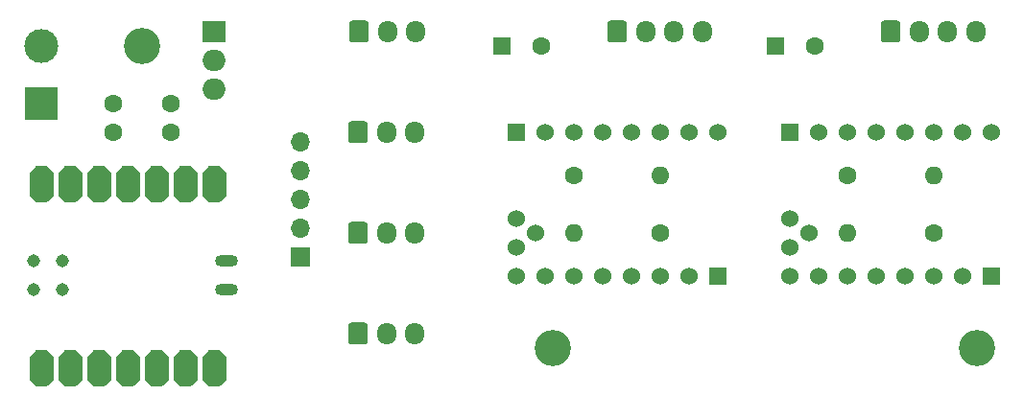
<source format=gts>
G04 #@! TF.GenerationSoftware,KiCad,Pcbnew,(5.1.9)-1*
G04 #@! TF.CreationDate,2021-06-24T09:40:01+02:00*
G04 #@! TF.ProjectId,ercf-easy-brd,65726366-2d65-4617-9379-2d6272642e6b,v1.1*
G04 #@! TF.SameCoordinates,Original*
G04 #@! TF.FileFunction,Soldermask,Top*
G04 #@! TF.FilePolarity,Negative*
%FSLAX46Y46*%
G04 Gerber Fmt 4.6, Leading zero omitted, Abs format (unit mm)*
G04 Created by KiCad (PCBNEW (5.1.9)-1) date 2021-06-24 09:40:01*
%MOMM*%
%LPD*%
G01*
G04 APERTURE LIST*
%ADD10R,1.524000X1.524000*%
%ADD11C,1.524000*%
%ADD12C,0.100000*%
%ADD13C,1.143000*%
%ADD14O,2.032000X1.016000*%
%ADD15O,1.700000X1.700000*%
%ADD16R,1.700000X1.700000*%
%ADD17C,3.000000*%
%ADD18R,3.000000X3.000000*%
%ADD19O,1.700000X1.950000*%
%ADD20C,3.200000*%
%ADD21C,1.600000*%
%ADD22R,2.000000X1.905000*%
%ADD23O,2.000000X1.905000*%
%ADD24O,1.600000X1.600000*%
%ADD25R,1.600000X1.600000*%
G04 APERTURE END LIST*
D10*
X140970000Y-133350000D03*
D11*
X138430000Y-133350000D03*
X135890000Y-133350000D03*
X133350000Y-133350000D03*
X130810000Y-133350000D03*
X128270000Y-133350000D03*
X125730000Y-133350000D03*
X123190000Y-133350000D03*
D10*
X123190000Y-120650000D03*
D11*
X125730000Y-120650000D03*
X128270000Y-120650000D03*
X130810000Y-120650000D03*
X133350000Y-120650000D03*
X135890000Y-120650000D03*
X138430000Y-120650000D03*
X140970000Y-120650000D03*
X123190000Y-130810000D03*
X123190000Y-128270000D03*
X124841000Y-129540000D03*
D10*
X165100000Y-133350000D03*
D11*
X162560000Y-133350000D03*
X160020000Y-133350000D03*
X157480000Y-133350000D03*
X154940000Y-133350000D03*
X152400000Y-133350000D03*
X149860000Y-133350000D03*
X147320000Y-133350000D03*
D10*
X147320000Y-120650000D03*
D11*
X149860000Y-120650000D03*
X152400000Y-120650000D03*
X154940000Y-120650000D03*
X157480000Y-120650000D03*
X160020000Y-120650000D03*
X162560000Y-120650000D03*
X165100000Y-120650000D03*
X147320000Y-130810000D03*
X147320000Y-128270000D03*
X148971000Y-129540000D03*
D12*
G36*
X80214961Y-124196245D02*
G01*
X80217806Y-124186866D01*
X80222427Y-124178221D01*
X80228645Y-124170645D01*
X80736645Y-123662645D01*
X80744221Y-123656427D01*
X80752866Y-123651806D01*
X80762245Y-123648961D01*
X80772000Y-123648000D01*
X81788000Y-123648000D01*
X81797755Y-123648961D01*
X81807134Y-123651806D01*
X81815779Y-123656427D01*
X81823355Y-123662645D01*
X82331355Y-124170645D01*
X82337573Y-124178221D01*
X82342194Y-124186866D01*
X82345039Y-124196245D01*
X82346000Y-124206000D01*
X82346000Y-126238000D01*
X82345039Y-126247755D01*
X82342194Y-126257134D01*
X82337573Y-126265779D01*
X82331355Y-126273355D01*
X81823355Y-126781355D01*
X81815779Y-126787573D01*
X81807134Y-126792194D01*
X81797755Y-126795039D01*
X81788000Y-126796000D01*
X80772000Y-126796000D01*
X80762245Y-126795039D01*
X80752866Y-126792194D01*
X80744221Y-126787573D01*
X80736645Y-126781355D01*
X80228645Y-126273355D01*
X80222427Y-126265779D01*
X80217806Y-126257134D01*
X80214961Y-126247755D01*
X80214000Y-126238000D01*
X80214000Y-124206000D01*
X80214961Y-124196245D01*
G37*
G36*
X85294961Y-124196245D02*
G01*
X85297806Y-124186866D01*
X85302427Y-124178221D01*
X85308645Y-124170645D01*
X85816645Y-123662645D01*
X85824221Y-123656427D01*
X85832866Y-123651806D01*
X85842245Y-123648961D01*
X85852000Y-123648000D01*
X86868000Y-123648000D01*
X86877755Y-123648961D01*
X86887134Y-123651806D01*
X86895779Y-123656427D01*
X86903355Y-123662645D01*
X87411355Y-124170645D01*
X87417573Y-124178221D01*
X87422194Y-124186866D01*
X87425039Y-124196245D01*
X87426000Y-124206000D01*
X87426000Y-126238000D01*
X87425039Y-126247755D01*
X87422194Y-126257134D01*
X87417573Y-126265779D01*
X87411355Y-126273355D01*
X86903355Y-126781355D01*
X86895779Y-126787573D01*
X86887134Y-126792194D01*
X86877755Y-126795039D01*
X86868000Y-126796000D01*
X85852000Y-126796000D01*
X85842245Y-126795039D01*
X85832866Y-126792194D01*
X85824221Y-126787573D01*
X85816645Y-126781355D01*
X85308645Y-126273355D01*
X85302427Y-126265779D01*
X85297806Y-126257134D01*
X85294961Y-126247755D01*
X85294000Y-126238000D01*
X85294000Y-124206000D01*
X85294961Y-124196245D01*
G37*
G36*
X82754961Y-124196245D02*
G01*
X82757806Y-124186866D01*
X82762427Y-124178221D01*
X82768645Y-124170645D01*
X83276645Y-123662645D01*
X83284221Y-123656427D01*
X83292866Y-123651806D01*
X83302245Y-123648961D01*
X83312000Y-123648000D01*
X84328000Y-123648000D01*
X84337755Y-123648961D01*
X84347134Y-123651806D01*
X84355779Y-123656427D01*
X84363355Y-123662645D01*
X84871355Y-124170645D01*
X84877573Y-124178221D01*
X84882194Y-124186866D01*
X84885039Y-124196245D01*
X84886000Y-124206000D01*
X84886000Y-126238000D01*
X84885039Y-126247755D01*
X84882194Y-126257134D01*
X84877573Y-126265779D01*
X84871355Y-126273355D01*
X84363355Y-126781355D01*
X84355779Y-126787573D01*
X84347134Y-126792194D01*
X84337755Y-126795039D01*
X84328000Y-126796000D01*
X83312000Y-126796000D01*
X83302245Y-126795039D01*
X83292866Y-126792194D01*
X83284221Y-126787573D01*
X83276645Y-126781355D01*
X82768645Y-126273355D01*
X82762427Y-126265779D01*
X82757806Y-126257134D01*
X82754961Y-126247755D01*
X82754000Y-126238000D01*
X82754000Y-124206000D01*
X82754961Y-124196245D01*
G37*
G36*
X87834961Y-124196245D02*
G01*
X87837806Y-124186866D01*
X87842427Y-124178221D01*
X87848645Y-124170645D01*
X88356645Y-123662645D01*
X88364221Y-123656427D01*
X88372866Y-123651806D01*
X88382245Y-123648961D01*
X88392000Y-123648000D01*
X89408000Y-123648000D01*
X89417755Y-123648961D01*
X89427134Y-123651806D01*
X89435779Y-123656427D01*
X89443355Y-123662645D01*
X89951355Y-124170645D01*
X89957573Y-124178221D01*
X89962194Y-124186866D01*
X89965039Y-124196245D01*
X89966000Y-124206000D01*
X89966000Y-126238000D01*
X89965039Y-126247755D01*
X89962194Y-126257134D01*
X89957573Y-126265779D01*
X89951355Y-126273355D01*
X89443355Y-126781355D01*
X89435779Y-126787573D01*
X89427134Y-126792194D01*
X89417755Y-126795039D01*
X89408000Y-126796000D01*
X88392000Y-126796000D01*
X88382245Y-126795039D01*
X88372866Y-126792194D01*
X88364221Y-126787573D01*
X88356645Y-126781355D01*
X87848645Y-126273355D01*
X87842427Y-126265779D01*
X87837806Y-126257134D01*
X87834961Y-126247755D01*
X87834000Y-126238000D01*
X87834000Y-124206000D01*
X87834961Y-124196245D01*
G37*
G36*
X95454961Y-124196245D02*
G01*
X95457806Y-124186866D01*
X95462427Y-124178221D01*
X95468645Y-124170645D01*
X95976645Y-123662645D01*
X95984221Y-123656427D01*
X95992866Y-123651806D01*
X96002245Y-123648961D01*
X96012000Y-123648000D01*
X97028000Y-123648000D01*
X97037755Y-123648961D01*
X97047134Y-123651806D01*
X97055779Y-123656427D01*
X97063355Y-123662645D01*
X97571355Y-124170645D01*
X97577573Y-124178221D01*
X97582194Y-124186866D01*
X97585039Y-124196245D01*
X97586000Y-124206000D01*
X97586000Y-126238000D01*
X97585039Y-126247755D01*
X97582194Y-126257134D01*
X97577573Y-126265779D01*
X97571355Y-126273355D01*
X97063355Y-126781355D01*
X97055779Y-126787573D01*
X97047134Y-126792194D01*
X97037755Y-126795039D01*
X97028000Y-126796000D01*
X96012000Y-126796000D01*
X96002245Y-126795039D01*
X95992866Y-126792194D01*
X95984221Y-126787573D01*
X95976645Y-126781355D01*
X95468645Y-126273355D01*
X95462427Y-126265779D01*
X95457806Y-126257134D01*
X95454961Y-126247755D01*
X95454000Y-126238000D01*
X95454000Y-124206000D01*
X95454961Y-124196245D01*
G37*
G36*
X92914961Y-124196245D02*
G01*
X92917806Y-124186866D01*
X92922427Y-124178221D01*
X92928645Y-124170645D01*
X93436645Y-123662645D01*
X93444221Y-123656427D01*
X93452866Y-123651806D01*
X93462245Y-123648961D01*
X93472000Y-123648000D01*
X94488000Y-123648000D01*
X94497755Y-123648961D01*
X94507134Y-123651806D01*
X94515779Y-123656427D01*
X94523355Y-123662645D01*
X95031355Y-124170645D01*
X95037573Y-124178221D01*
X95042194Y-124186866D01*
X95045039Y-124196245D01*
X95046000Y-124206000D01*
X95046000Y-126238000D01*
X95045039Y-126247755D01*
X95042194Y-126257134D01*
X95037573Y-126265779D01*
X95031355Y-126273355D01*
X94523355Y-126781355D01*
X94515779Y-126787573D01*
X94507134Y-126792194D01*
X94497755Y-126795039D01*
X94488000Y-126796000D01*
X93472000Y-126796000D01*
X93462245Y-126795039D01*
X93452866Y-126792194D01*
X93444221Y-126787573D01*
X93436645Y-126781355D01*
X92928645Y-126273355D01*
X92922427Y-126265779D01*
X92917806Y-126257134D01*
X92914961Y-126247755D01*
X92914000Y-126238000D01*
X92914000Y-124206000D01*
X92914961Y-124196245D01*
G37*
G36*
X90374961Y-124196245D02*
G01*
X90377806Y-124186866D01*
X90382427Y-124178221D01*
X90388645Y-124170645D01*
X90896645Y-123662645D01*
X90904221Y-123656427D01*
X90912866Y-123651806D01*
X90922245Y-123648961D01*
X90932000Y-123648000D01*
X91948000Y-123648000D01*
X91957755Y-123648961D01*
X91967134Y-123651806D01*
X91975779Y-123656427D01*
X91983355Y-123662645D01*
X92491355Y-124170645D01*
X92497573Y-124178221D01*
X92502194Y-124186866D01*
X92505039Y-124196245D01*
X92506000Y-124206000D01*
X92506000Y-126238000D01*
X92505039Y-126247755D01*
X92502194Y-126257134D01*
X92497573Y-126265779D01*
X92491355Y-126273355D01*
X91983355Y-126781355D01*
X91975779Y-126787573D01*
X91967134Y-126792194D01*
X91957755Y-126795039D01*
X91948000Y-126796000D01*
X90932000Y-126796000D01*
X90922245Y-126795039D01*
X90912866Y-126792194D01*
X90904221Y-126787573D01*
X90896645Y-126781355D01*
X90388645Y-126273355D01*
X90382427Y-126265779D01*
X90377806Y-126257134D01*
X90374961Y-126247755D01*
X90374000Y-126238000D01*
X90374000Y-124206000D01*
X90374961Y-124196245D01*
G37*
G36*
X95454961Y-140452245D02*
G01*
X95457806Y-140442866D01*
X95462427Y-140434221D01*
X95468645Y-140426645D01*
X95976645Y-139918645D01*
X95984221Y-139912427D01*
X95992866Y-139907806D01*
X96002245Y-139904961D01*
X96012000Y-139904000D01*
X97028000Y-139904000D01*
X97037755Y-139904961D01*
X97047134Y-139907806D01*
X97055779Y-139912427D01*
X97063355Y-139918645D01*
X97571355Y-140426645D01*
X97577573Y-140434221D01*
X97582194Y-140442866D01*
X97585039Y-140452245D01*
X97586000Y-140462000D01*
X97586000Y-142494000D01*
X97585039Y-142503755D01*
X97582194Y-142513134D01*
X97577573Y-142521779D01*
X97571355Y-142529355D01*
X97063355Y-143037355D01*
X97055779Y-143043573D01*
X97047134Y-143048194D01*
X97037755Y-143051039D01*
X97028000Y-143052000D01*
X96012000Y-143052000D01*
X96002245Y-143051039D01*
X95992866Y-143048194D01*
X95984221Y-143043573D01*
X95976645Y-143037355D01*
X95468645Y-142529355D01*
X95462427Y-142521779D01*
X95457806Y-142513134D01*
X95454961Y-142503755D01*
X95454000Y-142494000D01*
X95454000Y-140462000D01*
X95454961Y-140452245D01*
G37*
G36*
X92914961Y-140452245D02*
G01*
X92917806Y-140442866D01*
X92922427Y-140434221D01*
X92928645Y-140426645D01*
X93436645Y-139918645D01*
X93444221Y-139912427D01*
X93452866Y-139907806D01*
X93462245Y-139904961D01*
X93472000Y-139904000D01*
X94488000Y-139904000D01*
X94497755Y-139904961D01*
X94507134Y-139907806D01*
X94515779Y-139912427D01*
X94523355Y-139918645D01*
X95031355Y-140426645D01*
X95037573Y-140434221D01*
X95042194Y-140442866D01*
X95045039Y-140452245D01*
X95046000Y-140462000D01*
X95046000Y-142494000D01*
X95045039Y-142503755D01*
X95042194Y-142513134D01*
X95037573Y-142521779D01*
X95031355Y-142529355D01*
X94523355Y-143037355D01*
X94515779Y-143043573D01*
X94507134Y-143048194D01*
X94497755Y-143051039D01*
X94488000Y-143052000D01*
X93472000Y-143052000D01*
X93462245Y-143051039D01*
X93452866Y-143048194D01*
X93444221Y-143043573D01*
X93436645Y-143037355D01*
X92928645Y-142529355D01*
X92922427Y-142521779D01*
X92917806Y-142513134D01*
X92914961Y-142503755D01*
X92914000Y-142494000D01*
X92914000Y-140462000D01*
X92914961Y-140452245D01*
G37*
G36*
X90374961Y-140452245D02*
G01*
X90377806Y-140442866D01*
X90382427Y-140434221D01*
X90388645Y-140426645D01*
X90896645Y-139918645D01*
X90904221Y-139912427D01*
X90912866Y-139907806D01*
X90922245Y-139904961D01*
X90932000Y-139904000D01*
X91948000Y-139904000D01*
X91957755Y-139904961D01*
X91967134Y-139907806D01*
X91975779Y-139912427D01*
X91983355Y-139918645D01*
X92491355Y-140426645D01*
X92497573Y-140434221D01*
X92502194Y-140442866D01*
X92505039Y-140452245D01*
X92506000Y-140462000D01*
X92506000Y-142494000D01*
X92505039Y-142503755D01*
X92502194Y-142513134D01*
X92497573Y-142521779D01*
X92491355Y-142529355D01*
X91983355Y-143037355D01*
X91975779Y-143043573D01*
X91967134Y-143048194D01*
X91957755Y-143051039D01*
X91948000Y-143052000D01*
X90932000Y-143052000D01*
X90922245Y-143051039D01*
X90912866Y-143048194D01*
X90904221Y-143043573D01*
X90896645Y-143037355D01*
X90388645Y-142529355D01*
X90382427Y-142521779D01*
X90377806Y-142513134D01*
X90374961Y-142503755D01*
X90374000Y-142494000D01*
X90374000Y-140462000D01*
X90374961Y-140452245D01*
G37*
G36*
X80214961Y-140452245D02*
G01*
X80217806Y-140442866D01*
X80222427Y-140434221D01*
X80228645Y-140426645D01*
X80736645Y-139918645D01*
X80744221Y-139912427D01*
X80752866Y-139907806D01*
X80762245Y-139904961D01*
X80772000Y-139904000D01*
X81788000Y-139904000D01*
X81797755Y-139904961D01*
X81807134Y-139907806D01*
X81815779Y-139912427D01*
X81823355Y-139918645D01*
X82331355Y-140426645D01*
X82337573Y-140434221D01*
X82342194Y-140442866D01*
X82345039Y-140452245D01*
X82346000Y-140462000D01*
X82346000Y-142494000D01*
X82345039Y-142503755D01*
X82342194Y-142513134D01*
X82337573Y-142521779D01*
X82331355Y-142529355D01*
X81823355Y-143037355D01*
X81815779Y-143043573D01*
X81807134Y-143048194D01*
X81797755Y-143051039D01*
X81788000Y-143052000D01*
X80772000Y-143052000D01*
X80762245Y-143051039D01*
X80752866Y-143048194D01*
X80744221Y-143043573D01*
X80736645Y-143037355D01*
X80228645Y-142529355D01*
X80222427Y-142521779D01*
X80217806Y-142513134D01*
X80214961Y-142503755D01*
X80214000Y-142494000D01*
X80214000Y-140462000D01*
X80214961Y-140452245D01*
G37*
G36*
X82754961Y-140452245D02*
G01*
X82757806Y-140442866D01*
X82762427Y-140434221D01*
X82768645Y-140426645D01*
X83276645Y-139918645D01*
X83284221Y-139912427D01*
X83292866Y-139907806D01*
X83302245Y-139904961D01*
X83312000Y-139904000D01*
X84328000Y-139904000D01*
X84337755Y-139904961D01*
X84347134Y-139907806D01*
X84355779Y-139912427D01*
X84363355Y-139918645D01*
X84871355Y-140426645D01*
X84877573Y-140434221D01*
X84882194Y-140442866D01*
X84885039Y-140452245D01*
X84886000Y-140462000D01*
X84886000Y-142494000D01*
X84885039Y-142503755D01*
X84882194Y-142513134D01*
X84877573Y-142521779D01*
X84871355Y-142529355D01*
X84363355Y-143037355D01*
X84355779Y-143043573D01*
X84347134Y-143048194D01*
X84337755Y-143051039D01*
X84328000Y-143052000D01*
X83312000Y-143052000D01*
X83302245Y-143051039D01*
X83292866Y-143048194D01*
X83284221Y-143043573D01*
X83276645Y-143037355D01*
X82768645Y-142529355D01*
X82762427Y-142521779D01*
X82757806Y-142513134D01*
X82754961Y-142503755D01*
X82754000Y-142494000D01*
X82754000Y-140462000D01*
X82754961Y-140452245D01*
G37*
G36*
X85294961Y-140452245D02*
G01*
X85297806Y-140442866D01*
X85302427Y-140434221D01*
X85308645Y-140426645D01*
X85816645Y-139918645D01*
X85824221Y-139912427D01*
X85832866Y-139907806D01*
X85842245Y-139904961D01*
X85852000Y-139904000D01*
X86868000Y-139904000D01*
X86877755Y-139904961D01*
X86887134Y-139907806D01*
X86895779Y-139912427D01*
X86903355Y-139918645D01*
X87411355Y-140426645D01*
X87417573Y-140434221D01*
X87422194Y-140442866D01*
X87425039Y-140452245D01*
X87426000Y-140462000D01*
X87426000Y-142494000D01*
X87425039Y-142503755D01*
X87422194Y-142513134D01*
X87417573Y-142521779D01*
X87411355Y-142529355D01*
X86903355Y-143037355D01*
X86895779Y-143043573D01*
X86887134Y-143048194D01*
X86877755Y-143051039D01*
X86868000Y-143052000D01*
X85852000Y-143052000D01*
X85842245Y-143051039D01*
X85832866Y-143048194D01*
X85824221Y-143043573D01*
X85816645Y-143037355D01*
X85308645Y-142529355D01*
X85302427Y-142521779D01*
X85297806Y-142513134D01*
X85294961Y-142503755D01*
X85294000Y-142494000D01*
X85294000Y-140462000D01*
X85294961Y-140452245D01*
G37*
G36*
X87834961Y-140452245D02*
G01*
X87837806Y-140442866D01*
X87842427Y-140434221D01*
X87848645Y-140426645D01*
X88356645Y-139918645D01*
X88364221Y-139912427D01*
X88372866Y-139907806D01*
X88382245Y-139904961D01*
X88392000Y-139904000D01*
X89408000Y-139904000D01*
X89417755Y-139904961D01*
X89427134Y-139907806D01*
X89435779Y-139912427D01*
X89443355Y-139918645D01*
X89951355Y-140426645D01*
X89957573Y-140434221D01*
X89962194Y-140442866D01*
X89965039Y-140452245D01*
X89966000Y-140462000D01*
X89966000Y-142494000D01*
X89965039Y-142503755D01*
X89962194Y-142513134D01*
X89957573Y-142521779D01*
X89951355Y-142529355D01*
X89443355Y-143037355D01*
X89435779Y-143043573D01*
X89427134Y-143048194D01*
X89417755Y-143051039D01*
X89408000Y-143052000D01*
X88392000Y-143052000D01*
X88382245Y-143051039D01*
X88372866Y-143048194D01*
X88364221Y-143043573D01*
X88356645Y-143037355D01*
X87848645Y-142529355D01*
X87842427Y-142521779D01*
X87837806Y-142513134D01*
X87834961Y-142503755D01*
X87834000Y-142494000D01*
X87834000Y-140462000D01*
X87834961Y-140452245D01*
G37*
D13*
X83133633Y-132026597D03*
X83133633Y-134566597D03*
X80593633Y-132026597D03*
X80593633Y-134566597D03*
D14*
X97597820Y-132015400D03*
X97597820Y-134565400D03*
D15*
X104140000Y-121539000D03*
X104140000Y-124079000D03*
X104140000Y-126619000D03*
X104140000Y-129159000D03*
D16*
X104140000Y-131699000D03*
D17*
X81280000Y-113030000D03*
D18*
X81280000Y-118110000D03*
D19*
X114220000Y-129540000D03*
X111720000Y-129540000D03*
G36*
G01*
X108370000Y-130265000D02*
X108370000Y-128815000D01*
G75*
G02*
X108620000Y-128565000I250000J0D01*
G01*
X109820000Y-128565000D01*
G75*
G02*
X110070000Y-128815000I0J-250000D01*
G01*
X110070000Y-130265000D01*
G75*
G02*
X109820000Y-130515000I-250000J0D01*
G01*
X108620000Y-130515000D01*
G75*
G02*
X108370000Y-130265000I0J250000D01*
G01*
G37*
D20*
X126365000Y-139700000D03*
D21*
X92710000Y-118110000D03*
X92710000Y-120610000D03*
D22*
X96520000Y-111760000D03*
D23*
X96520000Y-114300000D03*
X96520000Y-116840000D03*
D24*
X135890000Y-124460000D03*
D21*
X128270000Y-124460000D03*
D24*
X160020000Y-124460000D03*
D21*
X152400000Y-124460000D03*
D24*
X128270000Y-129540000D03*
D21*
X135890000Y-129540000D03*
D24*
X152400000Y-129540000D03*
D21*
X160020000Y-129540000D03*
G36*
G01*
X131230000Y-112485000D02*
X131230000Y-111035000D01*
G75*
G02*
X131480000Y-110785000I250000J0D01*
G01*
X132680000Y-110785000D01*
G75*
G02*
X132930000Y-111035000I0J-250000D01*
G01*
X132930000Y-112485000D01*
G75*
G02*
X132680000Y-112735000I-250000J0D01*
G01*
X131480000Y-112735000D01*
G75*
G02*
X131230000Y-112485000I0J250000D01*
G01*
G37*
D19*
X134580000Y-111760000D03*
X137080000Y-111760000D03*
X139580000Y-111760000D03*
X163710000Y-111760000D03*
X161210000Y-111760000D03*
X158710000Y-111760000D03*
G36*
G01*
X155360000Y-112485000D02*
X155360000Y-111035000D01*
G75*
G02*
X155610000Y-110785000I250000J0D01*
G01*
X156810000Y-110785000D01*
G75*
G02*
X157060000Y-111035000I0J-250000D01*
G01*
X157060000Y-112485000D01*
G75*
G02*
X156810000Y-112735000I-250000J0D01*
G01*
X155610000Y-112735000D01*
G75*
G02*
X155360000Y-112485000I0J250000D01*
G01*
G37*
X114220000Y-120650000D03*
X111720000Y-120650000D03*
G36*
G01*
X108370000Y-121375000D02*
X108370000Y-119925000D01*
G75*
G02*
X108620000Y-119675000I250000J0D01*
G01*
X109820000Y-119675000D01*
G75*
G02*
X110070000Y-119925000I0J-250000D01*
G01*
X110070000Y-121375000D01*
G75*
G02*
X109820000Y-121625000I-250000J0D01*
G01*
X108620000Y-121625000D01*
G75*
G02*
X108370000Y-121375000I0J250000D01*
G01*
G37*
X114220000Y-138430000D03*
X111720000Y-138430000D03*
G36*
G01*
X108370000Y-139155000D02*
X108370000Y-137705000D01*
G75*
G02*
X108620000Y-137455000I250000J0D01*
G01*
X109820000Y-137455000D01*
G75*
G02*
X110070000Y-137705000I0J-250000D01*
G01*
X110070000Y-139155000D01*
G75*
G02*
X109820000Y-139405000I-250000J0D01*
G01*
X108620000Y-139405000D01*
G75*
G02*
X108370000Y-139155000I0J250000D01*
G01*
G37*
X114300000Y-111760000D03*
X111800000Y-111760000D03*
G36*
G01*
X108450000Y-112485000D02*
X108450000Y-111035000D01*
G75*
G02*
X108700000Y-110785000I250000J0D01*
G01*
X109900000Y-110785000D01*
G75*
G02*
X110150000Y-111035000I0J-250000D01*
G01*
X110150000Y-112485000D01*
G75*
G02*
X109900000Y-112735000I-250000J0D01*
G01*
X108700000Y-112735000D01*
G75*
G02*
X108450000Y-112485000I0J250000D01*
G01*
G37*
D20*
X90170000Y-113030000D03*
X163830000Y-139700000D03*
D21*
X125420000Y-113030000D03*
D25*
X121920000Y-113030000D03*
D21*
X149550000Y-113030000D03*
D25*
X146050000Y-113030000D03*
D21*
X87630000Y-120610000D03*
X87630000Y-118110000D03*
M02*

</source>
